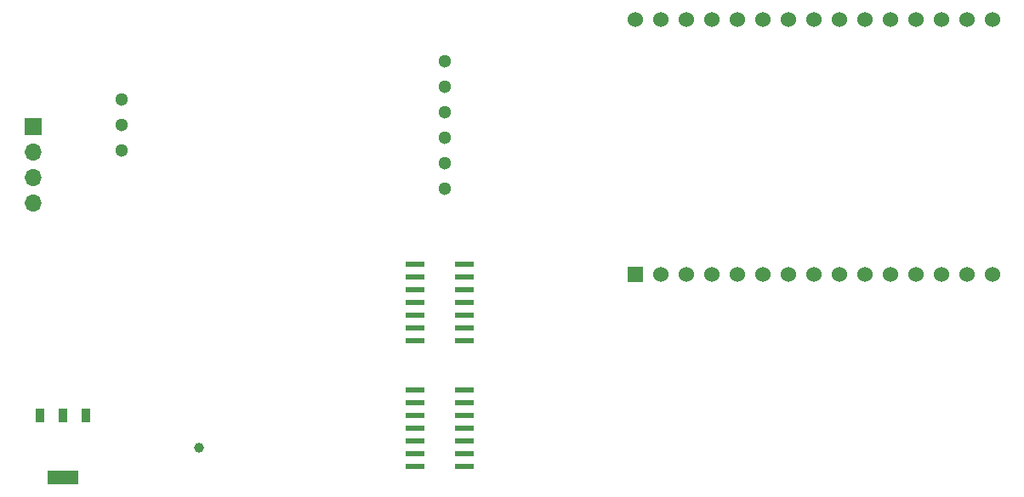
<source format=gbr>
%TF.GenerationSoftware,KiCad,Pcbnew,8.0.3*%
%TF.CreationDate,2024-08-29T14:55:06+08:00*%
%TF.ProjectId,Full_withESP,46756c6c-5f77-4697-9468-4553502e6b69,rev?*%
%TF.SameCoordinates,Original*%
%TF.FileFunction,Soldermask,Top*%
%TF.FilePolarity,Negative*%
%FSLAX46Y46*%
G04 Gerber Fmt 4.6, Leading zero omitted, Abs format (unit mm)*
G04 Created by KiCad (PCBNEW 8.0.3) date 2024-08-29 14:55:06*
%MOMM*%
%LPD*%
G01*
G04 APERTURE LIST*
%ADD10R,0.889000X1.473200*%
%ADD11R,3.149600X1.473200*%
%ADD12C,1.300000*%
%ADD13R,1.524000X1.524000*%
%ADD14C,1.524000*%
%ADD15C,1.000000*%
%ADD16R,1.981200X0.558800*%
%ADD17R,1.700000X1.700000*%
%ADD18O,1.700000X1.700000*%
G04 APERTURE END LIST*
D10*
%TO.C,U1*%
X98311400Y-117762004D03*
X96000000Y-117762004D03*
X93688600Y-117762004D03*
D11*
X96000000Y-124000000D03*
%TD*%
D12*
%TO.C,U2*%
X101800000Y-91400000D03*
X101800000Y-88860000D03*
X101800000Y-86320000D03*
X134000000Y-82500000D03*
X134000000Y-85040000D03*
X134000000Y-87580000D03*
X134000000Y-90120000D03*
X134000000Y-92660000D03*
X134000000Y-95200000D03*
%TD*%
D13*
%TO.C,U5*%
X152940000Y-103700000D03*
D14*
X155480000Y-103700000D03*
X158020000Y-103700000D03*
X160560000Y-103700000D03*
X163100000Y-103700000D03*
X165640000Y-103700000D03*
X168180000Y-103700000D03*
X170720000Y-103700000D03*
X173260000Y-103700000D03*
X175800000Y-103700000D03*
X178340000Y-103700000D03*
X180880000Y-103700000D03*
X183420000Y-103700000D03*
X185960000Y-103700000D03*
X188500000Y-103700000D03*
X152940000Y-78300000D03*
X155480000Y-78300000D03*
X158020000Y-78300000D03*
X160560000Y-78300000D03*
X163100000Y-78300000D03*
X165640000Y-78300000D03*
X168180000Y-78300000D03*
X170720000Y-78300000D03*
X173260000Y-78300000D03*
X175800000Y-78300000D03*
X178340000Y-78300000D03*
X180880000Y-78300000D03*
X183420000Y-78300000D03*
X185960000Y-78300000D03*
X188500000Y-78300000D03*
%TD*%
D15*
%TO.C,TP1*%
X109500000Y-121000000D03*
%TD*%
D16*
%TO.C,U4*%
X131036200Y-115240000D03*
X131036200Y-116510000D03*
X131036200Y-117780000D03*
X131036200Y-119050000D03*
X131036200Y-120320000D03*
X131036200Y-121590000D03*
X131036200Y-122860000D03*
X135963800Y-122860000D03*
X135963800Y-121590000D03*
X135963800Y-120320000D03*
X135963800Y-119050000D03*
X135963800Y-117780000D03*
X135963800Y-116510000D03*
X135963800Y-115240000D03*
%TD*%
D17*
%TO.C,J1*%
X93000000Y-89000000D03*
D18*
X93000000Y-91540000D03*
X93000000Y-94080000D03*
X93000000Y-96620000D03*
%TD*%
D16*
%TO.C,U3*%
X131036200Y-102690000D03*
X131036200Y-103960000D03*
X131036200Y-105230000D03*
X131036200Y-106500000D03*
X131036200Y-107770000D03*
X131036200Y-109040000D03*
X131036200Y-110310000D03*
X135963800Y-110310000D03*
X135963800Y-109040000D03*
X135963800Y-107770000D03*
X135963800Y-106500000D03*
X135963800Y-105230000D03*
X135963800Y-103960000D03*
X135963800Y-102690000D03*
%TD*%
M02*

</source>
